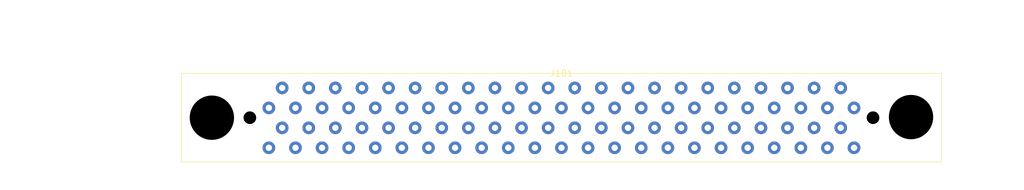
<source format=kicad_pcb>
(kicad_pcb (version 20221018) (generator pcbnew)
  (layers (0 "F.Cu" signal) (31 "B.Cu" signal) (34 "B.Paste" user) (35 "F.Paste" user) (36 "B.SilkS" user "B.Silkscreen") (37 "F.SilkS" user "F.Silkscreen") (38 "B.Mask" user) (39 "F.Mask" user) (44 "Edge.Cuts" user))
  (net 0 "")
  (footprint "LOOPY_Cart:LOOPY_EdgeConnector_Socket" (layer "F.Cu") (at 162.6 68.6)
    (fp_text reference "J101" (at 0 -7) (layer "F.SilkS"))
    (fp_text value "~")
    (fp_rect (start -60 -7) (end 60 7) (stroke (width 0.12)) (fill none) (layer "F.SilkS"))
    (pad "" np_thru_hole oval (at -55.2 0) (size 8 8) (drill 7) (layers "*.Mask"))
    (pad "" np_thru_hole oval (at -49.2 0) (size 3 3) (drill 2) (layers "*.Mask"))
    (pad "" np_thru_hole oval (at 49.2 0) (size 3 3) (drill 2) (layers "*.Mask"))
    (pad "" np_thru_hole oval (at 55.2 -0.1) (size 8 8) (drill 7) (layers "*.Mask"))
    (pad "1" thru_hole oval (at 46.2 -1.55) (size 2 2) (drill 1) (layers "*.Cu" "*.Mask"))
    (pad "2" thru_hole oval (at 44.1 -4.7) (size 2 2) (drill 1) (layers "*.Cu" "*.Mask"))
    (pad "3" thru_hole oval (at 42 -1.55) (size 2 2) (drill 1) (layers "*.Cu" "*.Mask"))
    (pad "4" thru_hole oval (at 39.9 -4.7) (size 2 2) (drill 1) (layers "*.Cu" "*.Mask"))
    (pad "5" thru_hole oval (at 37.8 -1.55) (size 2 2) (drill 1) (layers "*.Cu" "*.Mask"))
    (pad "6" thru_hole oval (at 35.7 -4.7) (size 2 2) (drill 1) (layers "*.Cu" "*.Mask"))
    (pad "7" thru_hole oval (at 33.6 -1.55) (size 2 2) (drill 1) (layers "*.Cu" "*.Mask"))
    (pad "8" thru_hole oval (at 31.5 -4.7) (size 2 2) (drill 1) (layers "*.Cu" "*.Mask"))
    (pad "9" thru_hole oval (at 29.4 -1.55) (size 2 2) (drill 1) (layers "*.Cu" "*.Mask"))
    (pad "10" thru_hole oval (at 27.3 -4.7) (size 2 2) (drill 1) (layers "*.Cu" "*.Mask"))
    (pad "11" thru_hole oval (at 25.2 -1.55) (size 2 2) (drill 1) (layers "*.Cu" "*.Mask"))
    (pad "12" thru_hole oval (at 23.1 -4.7) (size 2 2) (drill 1) (layers "*.Cu" "*.Mask"))
    (pad "13" thru_hole oval (at 21 -1.55) (size 2 2) (drill 1) (layers "*.Cu" "*.Mask"))
    (pad "14" thru_hole oval (at 18.9 -4.7) (size 2 2) (drill 1) (layers "*.Cu" "*.Mask"))
    (pad "15" thru_hole oval (at 16.8 -1.55) (size 2 2) (drill 1) (layers "*.Cu" "*.Mask"))
    (pad "16" thru_hole oval (at 14.7 -4.7) (size 2 2) (drill 1) (layers "*.Cu" "*.Mask"))
    (pad "17" thru_hole oval (at 12.6 -1.55) (size 2 2) (drill 1) (layers "*.Cu" "*.Mask"))
    (pad "18" thru_hole oval (at 10.5 -4.7) (size 2 2) (drill 1) (layers "*.Cu" "*.Mask"))
    (pad "19" thru_hole oval (at 8.4 -1.55) (size 2 2) (drill 1) (layers "*.Cu" "*.Mask"))
    (pad "20" thru_hole oval (at 6.3 -4.7) (size 2 2) (drill 1) (layers "*.Cu" "*.Mask"))
    (pad "21" thru_hole oval (at 4.2 -1.55) (size 2 2) (drill 1) (layers "*.Cu" "*.Mask"))
    (pad "22" thru_hole oval (at 2.1 -4.7) (size 2 2) (drill 1) (layers "*.Cu" "*.Mask"))
    (pad "23" thru_hole oval (at 0 -1.55) (size 2 2) (drill 1) (layers "*.Cu" "*.Mask"))
    (pad "24" thru_hole oval (at -2.1 -4.7) (size 2 2) (drill 1) (layers "*.Cu" "*.Mask"))
    (pad "25" thru_hole oval (at -4.2 -1.55) (size 2 2) (drill 1) (layers "*.Cu" "*.Mask"))
    (pad "26" thru_hole oval (at -6.3 -4.7) (size 2 2) (drill 1) (layers "*.Cu" "*.Mask"))
    (pad "27" thru_hole oval (at -8.4 -1.55) (size 2 2) (drill 1) (layers "*.Cu" "*.Mask"))
    (pad "28" thru_hole oval (at -10.5 -4.7) (size 2 2) (drill 1) (layers "*.Cu" "*.Mask"))
    (pad "29" thru_hole oval (at -12.6 -1.55) (size 2 2) (drill 1) (layers "*.Cu" "*.Mask"))
    (pad "30" thru_hole oval (at -14.7 -4.7) (size 2 2) (drill 1) (layers "*.Cu" "*.Mask"))
    (pad "31" thru_hole oval (at -16.8 -1.55) (size 2 2) (drill 1) (layers "*.Cu" "*.Mask"))
    (pad "32" thru_hole oval (at -18.9 -4.7) (size 2 2) (drill 1) (layers "*.Cu" "*.Mask"))
    (pad "33" thru_hole oval (at -21 -1.55) (size 2 2) (drill 1) (layers "*.Cu" "*.Mask"))
    (pad "34" thru_hole oval (at -23.1 -4.7) (size 2 2) (drill 1) (layers "*.Cu" "*.Mask"))
    (pad "35" thru_hole oval (at -25.2 -1.55) (size 2 2) (drill 1) (layers "*.Cu" "*.Mask"))
    (pad "36" thru_hole oval (at -27.3 -4.7) (size 2 2) (drill 1) (layers "*.Cu" "*.Mask"))
    (pad "37" thru_hole oval (at -29.4 -1.55) (size 2 2) (drill 1) (layers "*.Cu" "*.Mask"))
    (pad "38" thru_hole oval (at -31.5 -4.7) (size 2 2) (drill 1) (layers "*.Cu" "*.Mask"))
    (pad "39" thru_hole oval (at -33.6 -1.55) (size 2 2) (drill 1) (layers "*.Cu" "*.Mask"))
    (pad "40" thru_hole oval (at -35.7 -4.7) (size 2 2) (drill 1) (layers "*.Cu" "*.Mask"))
    (pad "41" thru_hole oval (at -37.8 -1.55) (size 2 2) (drill 1) (layers "*.Cu" "*.Mask"))
    (pad "42" thru_hole oval (at -39.9 -4.7) (size 2 2) (drill 1) (layers "*.Cu" "*.Mask"))
    (pad "43" thru_hole oval (at -42 -1.55) (size 2 2) (drill 1) (layers "*.Cu" "*.Mask"))
    (pad "44" thru_hole oval (at -44.1 -4.7) (size 2 2) (drill 1) (layers "*.Cu" "*.Mask"))
    (pad "45" thru_hole oval (at -46.2 -1.55) (size 2 2) (drill 1) (layers "*.Cu" "*.Mask"))
    (pad "46" thru_hole oval (at 46.2 4.75) (size 2 2) (drill 1) (layers "*.Cu" "*.Mask"))
    (pad "47" thru_hole oval (at 44.1 1.6) (size 2 2) (drill 1) (layers "*.Cu" "*.Mask"))
    (pad "48" thru_hole oval (at 42 4.75) (size 2 2) (drill 1) (layers "*.Cu" "*.Mask"))
    (pad "49" thru_hole oval (at 39.9 1.6) (size 2 2) (drill 1) (layers "*.Cu" "*.Mask"))
    (pad "50" thru_hole oval (at 37.8 4.75) (size 2 2) (drill 1) (layers "*.Cu" "*.Mask"))
    (pad "51" thru_hole oval (at 35.7 1.6) (size 2 2) (drill 1) (layers "*.Cu" "*.Mask"))
    (pad "52" thru_hole oval (at 33.6 4.75) (size 2 2) (drill 1) (layers "*.Cu" "*.Mask"))
    (pad "53" thru_hole oval (at 31.5 1.6) (size 2 2) (drill 1) (layers "*.Cu" "*.Mask"))
    (pad "54" thru_hole oval (at 29.4 4.75) (size 2 2) (drill 1) (layers "*.Cu" "*.Mask"))
    (pad "55" thru_hole oval (at 27.3 1.6) (size 2 2) (drill 1) (layers "*.Cu" "*.Mask"))
    (pad "56" thru_hole oval (at 25.2 4.75) (size 2 2) (drill 1) (layers "*.Cu" "*.Mask"))
    (pad "57" thru_hole oval (at 23.1 1.6) (size 2 2) (drill 1) (layers "*.Cu" "*.Mask"))
    (pad "58" thru_hole oval (at 21 4.75) (size 2 2) (drill 1) (layers "*.Cu" "*.Mask"))
    (pad "59" thru_hole oval (at 18.9 1.6) (size 2 2) (drill 1) (layers "*.Cu" "*.Mask"))
    (pad "60" thru_hole oval (at 16.8 4.75) (size 2 2) (drill 1) (layers "*.Cu" "*.Mask"))
    (pad "61" thru_hole oval (at 14.7 1.6) (size 2 2) (drill 1) (layers "*.Cu" "*.Mask"))
    (pad "62" thru_hole oval (at 12.6 4.75) (size 2 2) (drill 1) (layers "*.Cu" "*.Mask"))
    (pad "63" thru_hole oval (at 10.5 1.6) (size 2 2) (drill 1) (layers "*.Cu" "*.Mask"))
    (pad "64" thru_hole oval (at 8.4 4.75) (size 2 2) (drill 1) (layers "*.Cu" "*.Mask"))
    (pad "65" thru_hole oval (at 6.3 1.6) (size 2 2) (drill 1) (layers "*.Cu" "*.Mask"))
    (pad "66" thru_hole oval (at 4.2 4.75) (size 2 2) (drill 1) (layers "*.Cu" "*.Mask"))
    (pad "67" thru_hole oval (at 2.1 1.6) (size 2 2) (drill 1) (layers "*.Cu" "*.Mask"))
    (pad "68" thru_hole oval (at 0 4.75) (size 2 2) (drill 1) (layers "*.Cu" "*.Mask"))
    (pad "69" thru_hole oval (at -2.1 1.6) (size 2 2) (drill 1) (layers "*.Cu" "*.Mask"))
    (pad "70" thru_hole oval (at -4.2 4.75) (size 2 2) (drill 1) (layers "*.Cu" "*.Mask"))
    (pad "71" thru_hole oval (at -6.3 1.6) (size 2 2) (drill 1) (layers "*.Cu" "*.Mask"))
    (pad "72" thru_hole oval (at -8.4 4.75) (size 2 2) (drill 1) (layers "*.Cu" "*.Mask"))
    (pad "73" thru_hole oval (at -10.5 1.6) (size 2 2) (drill 1) (layers "*.Cu" "*.Mask"))
    (pad "74" thru_hole oval (at -12.6 4.75) (size 2 2) (drill 1) (layers "*.Cu" "*.Mask"))
    (pad "75" thru_hole oval (at -14.7 1.6) (size 2 2) (drill 1) (layers "*.Cu" "*.Mask"))
    (pad "76" thru_hole oval (at -16.8 4.75) (size 2 2) (drill 1) (layers "*.Cu" "*.Mask"))
    (pad "77" thru_hole oval (at -18.9 1.6) (size 2 2) (drill 1) (layers "*.Cu" "*.Mask"))
    (pad "78" thru_hole oval (at -21 4.75) (size 2 2) (drill 1) (layers "*.Cu" "*.Mask"))
    (pad "79" thru_hole oval (at -23.1 1.6) (size 2 2) (drill 1) (layers "*.Cu" "*.Mask"))
    (pad "80" thru_hole oval (at -25.2 4.75) (size 2 2) (drill 1) (layers "*.Cu" "*.Mask"))
    (pad "81" thru_hole oval (at -27.3 1.6) (size 2 2) (drill 1) (layers "*.Cu" "*.Mask"))
    (pad "82" thru_hole oval (at -29.4 4.75) (size 2 2) (drill 1) (layers "*.Cu" "*.Mask"))
    (pad "83" thru_hole oval (at -31.5 1.6) (size 2 2) (drill 1) (layers "*.Cu" "*.Mask"))
    (pad "84" thru_hole oval (at -33.6 4.75) (size 2 2) (drill 1) (layers "*.Cu" "*.Mask"))
    (pad "85" thru_hole oval (at -35.7 1.6) (size 2 2) (drill 1) (layers "*.Cu" "*.Mask"))
    (pad "86" thru_hole oval (at -37.8 4.75) (size 2 2) (drill 1) (layers "*.Cu" "*.Mask"))
    (pad "87" thru_hole oval (at -39.9 1.6) (size 2 2) (drill 1) (layers "*.Cu" "*.Mask"))
    (pad "88" thru_hole oval (at -42 4.75) (size 2 2) (drill 1) (layers "*.Cu" "*.Mask"))
    (pad "89" thru_hole oval (at -44.1 1.6) (size 2 2) (drill 1) (layers "*.Cu" "*.Mask"))
    (pad "90" thru_hole oval (at -46.2 4.75) (size 2 2) (drill 1) (layers "*.Cu" "*.Mask"))
  )
)
</source>
